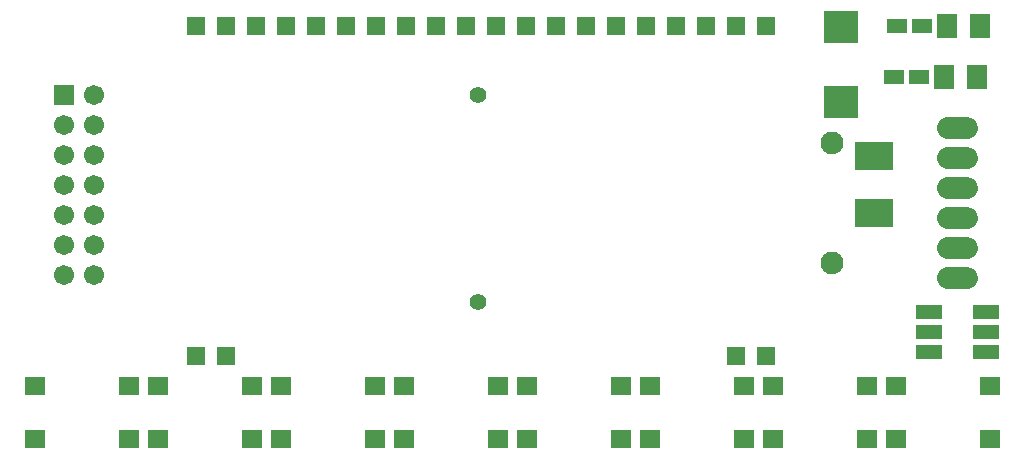
<source format=gts>
G75*
%MOIN*%
%OFA0B0*%
%FSLAX24Y24*%
%IPPOS*%
%LPD*%
%AMOC8*
5,1,8,0,0,1.08239X$1,22.5*
%
%ADD10R,0.0640X0.0640*%
%ADD11R,0.0670X0.0670*%
%ADD12C,0.0670*%
%ADD13R,0.0690X0.0592*%
%ADD14R,0.0867X0.0513*%
%ADD15C,0.0720*%
%ADD16R,0.0710X0.0790*%
%ADD17R,0.0671X0.0474*%
%ADD18R,0.1143X0.1084*%
%ADD19C,0.0760*%
%ADD20R,0.1280X0.0980*%
%ADD21C,0.0556*%
D10*
X007643Y005540D03*
X008643Y005540D03*
X025643Y005540D03*
X026643Y005540D03*
X026643Y016540D03*
X025643Y016540D03*
X024643Y016540D03*
X023643Y016540D03*
X022643Y016540D03*
X021643Y016540D03*
X020643Y016540D03*
X019643Y016540D03*
X018643Y016540D03*
X017643Y016540D03*
X016643Y016540D03*
X015643Y016540D03*
X014643Y016540D03*
X013643Y016540D03*
X012643Y016540D03*
X011643Y016540D03*
X010643Y016540D03*
X009643Y016540D03*
X008643Y016540D03*
X007643Y016540D03*
D11*
X003243Y014240D03*
D12*
X004243Y014240D03*
X004243Y013240D03*
X003243Y013240D03*
X003243Y012240D03*
X004243Y012240D03*
X004243Y011240D03*
X003243Y011240D03*
X003243Y010240D03*
X004243Y010240D03*
X004243Y009240D03*
X003243Y009240D03*
X003243Y008240D03*
X004243Y008240D03*
D13*
X002278Y002754D03*
X002278Y004526D03*
X005408Y004526D03*
X006378Y004526D03*
X006378Y002754D03*
X005408Y002754D03*
X009508Y002754D03*
X010478Y002754D03*
X010478Y004526D03*
X009508Y004526D03*
X013608Y004526D03*
X014578Y004526D03*
X014578Y002754D03*
X013608Y002754D03*
X017708Y002754D03*
X018678Y002754D03*
X018678Y004526D03*
X017708Y004526D03*
X021808Y004526D03*
X022778Y004526D03*
X022778Y002754D03*
X021808Y002754D03*
X025908Y002754D03*
X026878Y002754D03*
X026878Y004526D03*
X025908Y004526D03*
X030008Y004526D03*
X030978Y004526D03*
X034108Y004526D03*
X034108Y002754D03*
X030978Y002754D03*
X030008Y002754D03*
D14*
X032098Y005671D03*
X032098Y006340D03*
X032098Y007009D03*
X033988Y007009D03*
X033988Y006340D03*
X033988Y005671D03*
D15*
X033363Y008140D02*
X032723Y008140D01*
X032723Y009140D02*
X033363Y009140D01*
X033363Y010140D02*
X032723Y010140D01*
X032723Y011140D02*
X033363Y011140D01*
X033363Y012140D02*
X032723Y012140D01*
X032723Y013140D02*
X033363Y013140D01*
D16*
X033703Y014840D03*
X032583Y014840D03*
X032683Y016540D03*
X033803Y016540D03*
D17*
X031858Y016540D03*
X031029Y016540D03*
X030929Y014840D03*
X031758Y014840D03*
D18*
X029143Y013992D03*
X029143Y016488D03*
D19*
X028843Y012640D03*
X028843Y008640D03*
D20*
X030243Y010290D03*
X030243Y012190D03*
D21*
X017043Y014240D03*
X017043Y007340D03*
M02*

</source>
